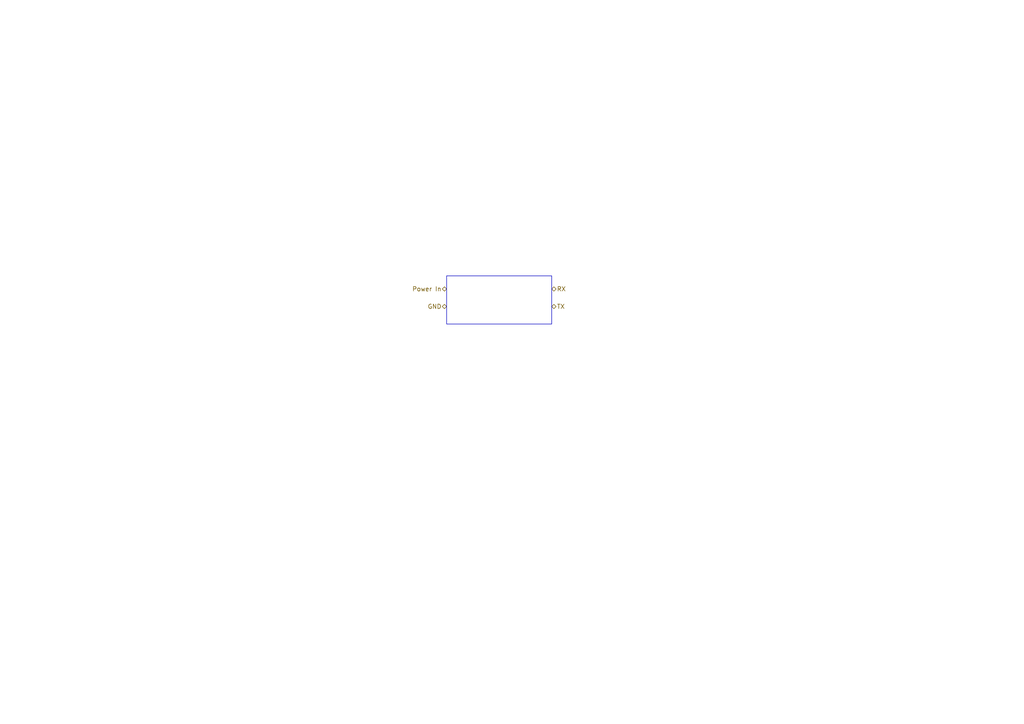
<source format=kicad_sch>
(kicad_sch
	(version 20231120)
	(generator "eeschema")
	(generator_version "8.0")
	(uuid "1e925c12-a4ff-4947-8a70-9f1cbb7d3831")
	(paper "A4")
	(lib_symbols)
	(rectangle
		(start 129.54 80.01)
		(end 160.02 93.98)
		(stroke
			(width 0)
			(type default)
		)
		(fill
			(type none)
		)
		(uuid e454381b-d443-42e7-b9e4-f481fd811049)
	)
	(hierarchical_label "RX"
		(shape bidirectional)
		(at 160.02 83.82 0)
		(fields_autoplaced yes)
		(effects
			(font
				(size 1.27 1.27)
			)
			(justify left)
		)
		(uuid "4d92945f-820b-4ef1-a8df-c9f8dcc2b220")
	)
	(hierarchical_label "Power In"
		(shape bidirectional)
		(at 129.54 83.82 180)
		(fields_autoplaced yes)
		(effects
			(font
				(size 1.27 1.27)
			)
			(justify right)
		)
		(uuid "661a3649-16ba-41a0-975a-c9bb1cbe439f")
	)
	(hierarchical_label "TX"
		(shape bidirectional)
		(at 160.02 88.9 0)
		(fields_autoplaced yes)
		(effects
			(font
				(size 1.27 1.27)
			)
			(justify left)
		)
		(uuid "9c9edf90-628c-4f22-ab57-2584a3ea9d98")
	)
	(hierarchical_label "GND"
		(shape bidirectional)
		(at 129.54 88.9 180)
		(fields_autoplaced yes)
		(effects
			(font
				(size 1.27 1.27)
			)
			(justify right)
		)
		(uuid "c0238071-4c57-40b9-8c92-7495ec5d4be6")
	)
)

</source>
